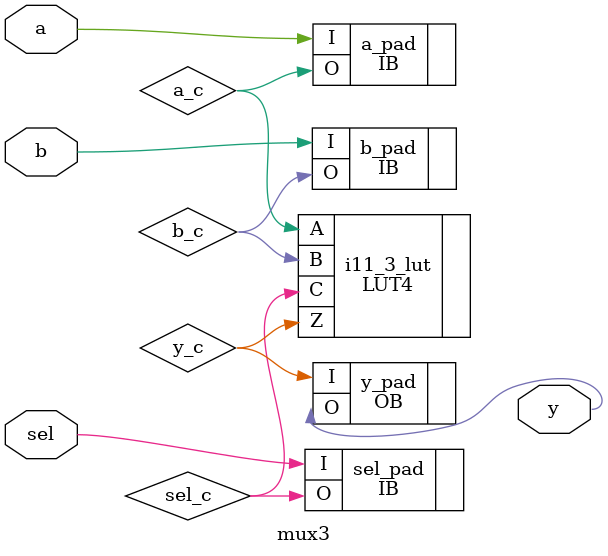
<source format=v>

module mux3 (a, b, sel, y) /* synthesis syn_module_defined=1 */ ;   // d:/rtl_fpga/vhdl/comparator/mux_estrutural.v(1[8:12])
    input a;   // d:/rtl_fpga/vhdl/comparator/mux_estrutural.v(2[7:8])
    input b;   // d:/rtl_fpga/vhdl/comparator/mux_estrutural.v(2[9:10])
    input sel;   // d:/rtl_fpga/vhdl/comparator/mux_estrutural.v(2[11:14])
    output y;   // d:/rtl_fpga/vhdl/comparator/mux_estrutural.v(3[8:9])
    
    
    wire a_c, b_c, sel_c, y_c, GND_net, VCC_net;
    
    IB sel_pad (.I(sel), .O(sel_c));   // d:/rtl_fpga/vhdl/comparator/mux_estrutural.v(2[11:14])
    IB b_pad (.I(b), .O(b_c));   // d:/rtl_fpga/vhdl/comparator/mux_estrutural.v(2[9:10])
    IB a_pad (.I(a), .O(a_c));   // d:/rtl_fpga/vhdl/comparator/mux_estrutural.v(2[7:8])
    OB y_pad (.I(y_c), .O(y));   // d:/rtl_fpga/vhdl/comparator/mux_estrutural.v(3[8:9])
    VLO i30 (.Z(GND_net));
    GSR GSR_INST (.GSR(VCC_net));
    PUR PUR_INST (.PUR(VCC_net));
    defparam PUR_INST.RST_PULSE = 1;
    LUT4 i11_3_lut (.A(a_c), .B(b_c), .C(sel_c), .Z(y_c)) /* synthesis lut_function=(A (B+!(C))+!A (B (C))) */ ;   // d:/rtl_fpga/vhdl/comparator/mux_estrutural.v(7[4:15])
    defparam i11_3_lut.init = 16'hcaca;
    VHI i31 (.Z(VCC_net));
    
endmodule
//
// Verilog Description of module PUR
// module not written out since it is a black-box. 
//


</source>
